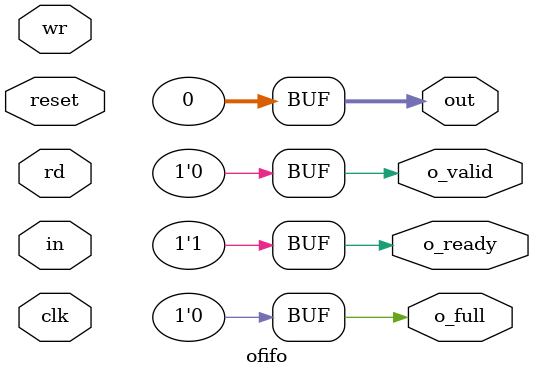
<source format=v>
module ofifo (clk, in, out, rd, wr, o_full, reset, o_ready, o_valid);

  parameter col  = 8;
  parameter bw = 4;

  input  clk;
  input  [col-1:0] wr;
  input  rd;
  input  reset;
  input  [col*bw-1:0] in;
  output [col*bw-1:0] out;
  output o_full;
  output o_ready;
  output o_valid;

  assign out = {col*bw{1'b0}};
  assign o_full = 1'b0;
  assign o_ready = 1'b1;    
  assign o_valid = 1'b0;


endmodule
</source>
